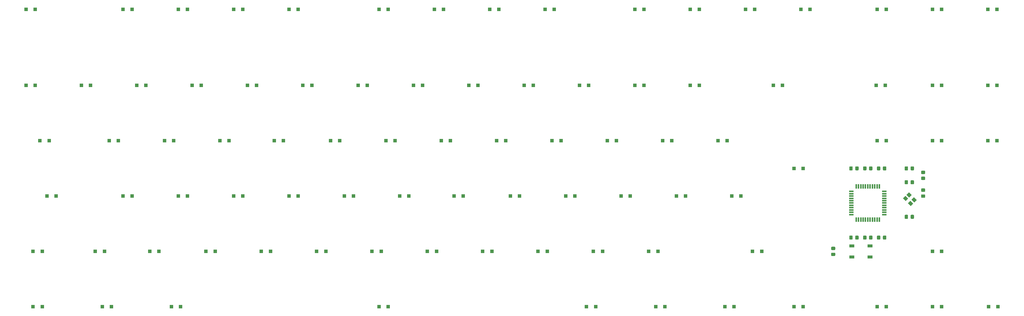
<source format=gbp>
%TF.GenerationSoftware,KiCad,Pcbnew,(5.1.6)-1*%
%TF.CreationDate,2020-08-11T21:43:52+02:00*%
%TF.ProjectId,qosmosKbBIS,716f736d-6f73-44b6-9242-49532e6b6963,rev?*%
%TF.SameCoordinates,Original*%
%TF.FileFunction,Paste,Bot*%
%TF.FilePolarity,Positive*%
%FSLAX46Y46*%
G04 Gerber Fmt 4.6, Leading zero omitted, Abs format (unit mm)*
G04 Created by KiCad (PCBNEW (5.1.6)-1) date 2020-08-11 21:43:52*
%MOMM*%
%LPD*%
G01*
G04 APERTURE LIST*
%ADD10R,1.200000X1.200000*%
%ADD11R,0.550000X1.500000*%
%ADD12R,1.500000X0.550000*%
%ADD13C,0.100000*%
%ADD14R,1.700000X1.000000*%
G04 APERTURE END LIST*
D10*
%TO.C,D12*%
X200831250Y-47625000D03*
X203981250Y-47625000D03*
%TD*%
%TO.C,D2*%
X-5568750Y-73818750D03*
X-8718750Y-73818750D03*
%TD*%
%TO.C,D13*%
X219881250Y-47625000D03*
X223031250Y-47625000D03*
%TD*%
%TO.C,D14*%
X242081250Y-47625000D03*
X238931250Y-47625000D03*
%TD*%
%TO.C,D5*%
X65868750Y-47625000D03*
X62718750Y-47625000D03*
%TD*%
%TO.C,D15*%
X257981250Y-47625000D03*
X261131250Y-47625000D03*
%TD*%
%TO.C,D1*%
X-8718750Y-47625000D03*
X-5568750Y-47625000D03*
%TD*%
%TO.C,C7*%
G36*
G01*
X276675000Y-102843751D02*
X276675000Y-101943749D01*
G75*
G02*
X276924999Y-101693750I249999J0D01*
G01*
X277575001Y-101693750D01*
G75*
G02*
X277825000Y-101943749I0J-249999D01*
G01*
X277825000Y-102843751D01*
G75*
G02*
X277575001Y-103093750I-249999J0D01*
G01*
X276924999Y-103093750D01*
G75*
G02*
X276675000Y-102843751I0J249999D01*
G01*
G37*
G36*
G01*
X274625000Y-102843751D02*
X274625000Y-101943749D01*
G75*
G02*
X274874999Y-101693750I249999J0D01*
G01*
X275525001Y-101693750D01*
G75*
G02*
X275775000Y-101943749I0J-249999D01*
G01*
X275775000Y-102843751D01*
G75*
G02*
X275525001Y-103093750I-249999J0D01*
G01*
X274874999Y-103093750D01*
G75*
G02*
X274625000Y-102843751I0J249999D01*
G01*
G37*
%TD*%
%TO.C,D4*%
X46818750Y-47625000D03*
X43668750Y-47625000D03*
%TD*%
%TO.C,D6*%
X81768750Y-47625000D03*
X84918750Y-47625000D03*
%TD*%
%TO.C,D8*%
X115875000Y-47625000D03*
X112725000Y-47625000D03*
%TD*%
%TO.C,D9*%
X131775000Y-47625000D03*
X134925000Y-47625000D03*
%TD*%
%TO.C,D7*%
X13481250Y-73818750D03*
X10331250Y-73818750D03*
%TD*%
%TO.C,D10*%
X153975000Y-47625000D03*
X150825000Y-47625000D03*
%TD*%
%TO.C,C6*%
G36*
G01*
X293675000Y-102843751D02*
X293675000Y-101943749D01*
G75*
G02*
X293924999Y-101693750I249999J0D01*
G01*
X294575001Y-101693750D01*
G75*
G02*
X294825000Y-101943749I0J-249999D01*
G01*
X294825000Y-102843751D01*
G75*
G02*
X294575001Y-103093750I-249999J0D01*
G01*
X293924999Y-103093750D01*
G75*
G02*
X293675000Y-102843751I0J249999D01*
G01*
G37*
G36*
G01*
X295725000Y-102843751D02*
X295725000Y-101943749D01*
G75*
G02*
X295974999Y-101693750I249999J0D01*
G01*
X296625001Y-101693750D01*
G75*
G02*
X296875000Y-101943749I0J-249999D01*
G01*
X296875000Y-102843751D01*
G75*
G02*
X296625001Y-103093750I-249999J0D01*
G01*
X295974999Y-103093750D01*
G75*
G02*
X295725000Y-102843751I0J249999D01*
G01*
G37*
%TD*%
%TO.C,D3*%
X27768750Y-47625000D03*
X24618750Y-47625000D03*
%TD*%
%TO.C,C8*%
G36*
G01*
X279387500Y-102843751D02*
X279387500Y-101943749D01*
G75*
G02*
X279637499Y-101693750I249999J0D01*
G01*
X280287501Y-101693750D01*
G75*
G02*
X280537500Y-101943749I0J-249999D01*
G01*
X280537500Y-102843751D01*
G75*
G02*
X280287501Y-103093750I-249999J0D01*
G01*
X279637499Y-103093750D01*
G75*
G02*
X279387500Y-102843751I0J249999D01*
G01*
G37*
G36*
G01*
X281437500Y-102843751D02*
X281437500Y-101943749D01*
G75*
G02*
X281687499Y-101693750I249999J0D01*
G01*
X282337501Y-101693750D01*
G75*
G02*
X282587500Y-101943749I0J-249999D01*
G01*
X282587500Y-102843751D01*
G75*
G02*
X282337501Y-103093750I-249999J0D01*
G01*
X281687499Y-103093750D01*
G75*
G02*
X281437500Y-102843751I0J249999D01*
G01*
G37*
%TD*%
%TO.C,D11*%
X173025000Y-47625000D03*
X169875000Y-47625000D03*
%TD*%
%TO.C,R2*%
G36*
G01*
X279387500Y-126656251D02*
X279387500Y-125756249D01*
G75*
G02*
X279637499Y-125506250I249999J0D01*
G01*
X280287501Y-125506250D01*
G75*
G02*
X280537500Y-125756249I0J-249999D01*
G01*
X280537500Y-126656251D01*
G75*
G02*
X280287501Y-126906250I-249999J0D01*
G01*
X279637499Y-126906250D01*
G75*
G02*
X279387500Y-126656251I0J249999D01*
G01*
G37*
G36*
G01*
X281437500Y-126656251D02*
X281437500Y-125756249D01*
G75*
G02*
X281687499Y-125506250I249999J0D01*
G01*
X282337501Y-125506250D01*
G75*
G02*
X282587500Y-125756249I0J-249999D01*
G01*
X282587500Y-126656251D01*
G75*
G02*
X282337501Y-126906250I-249999J0D01*
G01*
X281687499Y-126906250D01*
G75*
G02*
X281437500Y-126656251I0J249999D01*
G01*
G37*
%TD*%
%TO.C,R1*%
G36*
G01*
X269531251Y-130518750D02*
X268631249Y-130518750D01*
G75*
G02*
X268381250Y-130268751I0J249999D01*
G01*
X268381250Y-129618749D01*
G75*
G02*
X268631249Y-129368750I249999J0D01*
G01*
X269531251Y-129368750D01*
G75*
G02*
X269781250Y-129618749I0J-249999D01*
G01*
X269781250Y-130268751D01*
G75*
G02*
X269531251Y-130518750I-249999J0D01*
G01*
G37*
G36*
G01*
X269531251Y-132568750D02*
X268631249Y-132568750D01*
G75*
G02*
X268381250Y-132318751I0J249999D01*
G01*
X268381250Y-131668749D01*
G75*
G02*
X268631249Y-131418750I249999J0D01*
G01*
X269531251Y-131418750D01*
G75*
G02*
X269781250Y-131668749I0J-249999D01*
G01*
X269781250Y-132318751D01*
G75*
G02*
X269531251Y-132568750I-249999J0D01*
G01*
G37*
%TD*%
D11*
%TO.C,U1*%
X276987500Y-108600000D03*
X277787500Y-108600000D03*
X278587500Y-108600000D03*
X279387500Y-108600000D03*
X280187500Y-108600000D03*
X280987500Y-108600000D03*
X281787500Y-108600000D03*
X282587500Y-108600000D03*
X283387500Y-108600000D03*
X284187500Y-108600000D03*
X284987500Y-108600000D03*
D12*
X286687500Y-110300000D03*
X286687500Y-111100000D03*
X286687500Y-111900000D03*
X286687500Y-112700000D03*
X286687500Y-113500000D03*
X286687500Y-114300000D03*
X286687500Y-115100000D03*
X286687500Y-115900000D03*
X286687500Y-116700000D03*
X286687500Y-117500000D03*
X286687500Y-118300000D03*
D11*
X284987500Y-120000000D03*
X284187500Y-120000000D03*
X283387500Y-120000000D03*
X282587500Y-120000000D03*
X281787500Y-120000000D03*
X280987500Y-120000000D03*
X280187500Y-120000000D03*
X279387500Y-120000000D03*
X278587500Y-120000000D03*
X277787500Y-120000000D03*
X276987500Y-120000000D03*
D12*
X275287500Y-118300000D03*
X275287500Y-117500000D03*
X275287500Y-116700000D03*
X275287500Y-115900000D03*
X275287500Y-115100000D03*
X275287500Y-114300000D03*
X275287500Y-113500000D03*
X275287500Y-112700000D03*
X275287500Y-111900000D03*
X275287500Y-111100000D03*
X275287500Y-110300000D03*
%TD*%
D13*
%TO.C,X1*%
G36*
X293066191Y-112638299D02*
G01*
X293914719Y-111789771D01*
X294904669Y-112779721D01*
X294056141Y-113628249D01*
X293066191Y-112638299D01*
G37*
G36*
X294763247Y-114335355D02*
G01*
X295611775Y-113486827D01*
X296601725Y-114476777D01*
X295753197Y-115325305D01*
X294763247Y-114335355D01*
G37*
G36*
X294268273Y-111436217D02*
G01*
X295116801Y-110587689D01*
X296106751Y-111577639D01*
X295258223Y-112426167D01*
X294268273Y-111436217D01*
G37*
G36*
X295965329Y-113133273D02*
G01*
X296813857Y-112284745D01*
X297803807Y-113274695D01*
X296955279Y-114123223D01*
X295965329Y-113133273D01*
G37*
%TD*%
%TO.C,R4*%
G36*
G01*
X299587499Y-111343750D02*
X300487501Y-111343750D01*
G75*
G02*
X300737500Y-111593749I0J-249999D01*
G01*
X300737500Y-112243751D01*
G75*
G02*
X300487501Y-112493750I-249999J0D01*
G01*
X299587499Y-112493750D01*
G75*
G02*
X299337500Y-112243751I0J249999D01*
G01*
X299337500Y-111593749D01*
G75*
G02*
X299587499Y-111343750I249999J0D01*
G01*
G37*
G36*
G01*
X299587499Y-109293750D02*
X300487501Y-109293750D01*
G75*
G02*
X300737500Y-109543749I0J-249999D01*
G01*
X300737500Y-110193751D01*
G75*
G02*
X300487501Y-110443750I-249999J0D01*
G01*
X299587499Y-110443750D01*
G75*
G02*
X299337500Y-110193751I0J249999D01*
G01*
X299337500Y-109543749D01*
G75*
G02*
X299587499Y-109293750I249999J0D01*
G01*
G37*
%TD*%
%TO.C,R3*%
G36*
G01*
X299587499Y-103175000D02*
X300487501Y-103175000D01*
G75*
G02*
X300737500Y-103424999I0J-249999D01*
G01*
X300737500Y-104075001D01*
G75*
G02*
X300487501Y-104325000I-249999J0D01*
G01*
X299587499Y-104325000D01*
G75*
G02*
X299337500Y-104075001I0J249999D01*
G01*
X299337500Y-103424999D01*
G75*
G02*
X299587499Y-103175000I249999J0D01*
G01*
G37*
G36*
G01*
X299587499Y-105225000D02*
X300487501Y-105225000D01*
G75*
G02*
X300737500Y-105474999I0J-249999D01*
G01*
X300737500Y-106125001D01*
G75*
G02*
X300487501Y-106375000I-249999J0D01*
G01*
X299587499Y-106375000D01*
G75*
G02*
X299337500Y-106125001I0J249999D01*
G01*
X299337500Y-105474999D01*
G75*
G02*
X299587499Y-105225000I249999J0D01*
G01*
G37*
%TD*%
D14*
%TO.C,SW1*%
X275456250Y-132868750D03*
X281756250Y-132868750D03*
X275456250Y-129068750D03*
X281756250Y-129068750D03*
%TD*%
D10*
%TO.C,D30*%
X248456250Y-73818750D03*
X251606250Y-73818750D03*
%TD*%
%TO.C,D31*%
X283856250Y-73818750D03*
X287006250Y-73818750D03*
%TD*%
%TO.C,D32*%
X306375000Y-73818750D03*
X303225000Y-73818750D03*
%TD*%
%TO.C,D33*%
X322275000Y-73818750D03*
X325425000Y-73818750D03*
%TD*%
%TO.C,D18*%
X325425000Y-47625000D03*
X322275000Y-47625000D03*
%TD*%
%TO.C,D20*%
X51581250Y-73818750D03*
X48431250Y-73818750D03*
%TD*%
%TO.C,D16*%
X287325000Y-47625000D03*
X284175000Y-47625000D03*
%TD*%
%TO.C,D22*%
X89681250Y-73818750D03*
X86531250Y-73818750D03*
%TD*%
%TO.C,D25*%
X146831250Y-73818750D03*
X143681250Y-73818750D03*
%TD*%
%TO.C,D26*%
X162731250Y-73818750D03*
X165881250Y-73818750D03*
%TD*%
%TO.C,D23*%
X105581250Y-73818750D03*
X108731250Y-73818750D03*
%TD*%
%TO.C,D27*%
X181781250Y-73818750D03*
X184931250Y-73818750D03*
%TD*%
%TO.C,D19*%
X32531250Y-73818750D03*
X29381250Y-73818750D03*
%TD*%
%TO.C,D21*%
X70631250Y-73818750D03*
X67481250Y-73818750D03*
%TD*%
%TO.C,D29*%
X223031250Y-73818750D03*
X219881250Y-73818750D03*
%TD*%
%TO.C,D24*%
X124631250Y-73818750D03*
X127781250Y-73818750D03*
%TD*%
%TO.C,D28*%
X203981250Y-73818750D03*
X200831250Y-73818750D03*
%TD*%
%TO.C,D17*%
X306375000Y-47625000D03*
X303225000Y-47625000D03*
%TD*%
%TO.C,D48*%
X303225000Y-92868750D03*
X306375000Y-92868750D03*
%TD*%
%TO.C,D42*%
X156356250Y-92868750D03*
X153206250Y-92868750D03*
%TD*%
%TO.C,D43*%
X175406250Y-92868750D03*
X172256250Y-92868750D03*
%TD*%
%TO.C,D45*%
X210356250Y-92868750D03*
X213506250Y-92868750D03*
%TD*%
%TO.C,D49*%
X322275000Y-92868750D03*
X325425000Y-92868750D03*
%TD*%
%TO.C,D41*%
X134156250Y-92868750D03*
X137306250Y-92868750D03*
%TD*%
%TO.C,D50*%
X255600000Y-102393750D03*
X258750000Y-102393750D03*
%TD*%
%TO.C,D51*%
X1575000Y-111918750D03*
X-1575000Y-111918750D03*
%TD*%
%TO.C,D40*%
X115106250Y-92868750D03*
X118256250Y-92868750D03*
%TD*%
%TO.C,D44*%
X191306250Y-92868750D03*
X194456250Y-92868750D03*
%TD*%
%TO.C,D37*%
X61106250Y-92868750D03*
X57956250Y-92868750D03*
%TD*%
%TO.C,D39*%
X99206250Y-92868750D03*
X96056250Y-92868750D03*
%TD*%
%TO.C,D46*%
X229406250Y-92868750D03*
X232556250Y-92868750D03*
%TD*%
%TO.C,D34*%
X-806250Y-92868750D03*
X-3956250Y-92868750D03*
%TD*%
%TO.C,D35*%
X23006250Y-92868750D03*
X19856250Y-92868750D03*
%TD*%
%TO.C,D36*%
X42056250Y-92868750D03*
X38906250Y-92868750D03*
%TD*%
%TO.C,D38*%
X79837500Y-92868750D03*
X76687500Y-92868750D03*
%TD*%
%TO.C,D47*%
X284175000Y-92868750D03*
X287325000Y-92868750D03*
%TD*%
%TO.C,D58*%
X138600000Y-111918750D03*
X141750000Y-111918750D03*
%TD*%
%TO.C,D57*%
X119868750Y-111918750D03*
X123018750Y-111918750D03*
%TD*%
%TO.C,D59*%
X161118750Y-111918750D03*
X157968750Y-111918750D03*
%TD*%
%TO.C,D62*%
X215118750Y-111918750D03*
X218268750Y-111918750D03*
%TD*%
%TO.C,D65*%
X18243750Y-130968750D03*
X15093750Y-130968750D03*
%TD*%
%TO.C,D63*%
X234168750Y-111918750D03*
X237318750Y-111918750D03*
%TD*%
%TO.C,D53*%
X46818750Y-111918750D03*
X43668750Y-111918750D03*
%TD*%
%TO.C,D60*%
X180168750Y-111918750D03*
X177018750Y-111918750D03*
%TD*%
%TO.C,D66*%
X33825000Y-130968750D03*
X36975000Y-130968750D03*
%TD*%
%TO.C,D52*%
X24618750Y-111918750D03*
X27768750Y-111918750D03*
%TD*%
%TO.C,D67*%
X53193750Y-130968750D03*
X56343750Y-130968750D03*
%TD*%
%TO.C,D68*%
X72243750Y-130968750D03*
X75393750Y-130968750D03*
%TD*%
%TO.C,D56*%
X100818750Y-111918750D03*
X103968750Y-111918750D03*
%TD*%
%TO.C,D61*%
X196068750Y-111918750D03*
X199218750Y-111918750D03*
%TD*%
%TO.C,D64*%
X-6337500Y-130968750D03*
X-3187500Y-130968750D03*
%TD*%
%TO.C,D54*%
X62718750Y-111918750D03*
X65868750Y-111918750D03*
%TD*%
%TO.C,D55*%
X84918750Y-111918750D03*
X81768750Y-111918750D03*
%TD*%
%TO.C,D69*%
X91293750Y-130968750D03*
X94443750Y-130968750D03*
%TD*%
%TO.C,D82*%
X184162500Y-150018750D03*
X187312500Y-150018750D03*
%TD*%
%TO.C,D77*%
X303225000Y-130968750D03*
X306375000Y-130968750D03*
%TD*%
%TO.C,D70*%
X113493750Y-130968750D03*
X110343750Y-130968750D03*
%TD*%
%TO.C,D83*%
X211125000Y-150018750D03*
X207975000Y-150018750D03*
%TD*%
%TO.C,D84*%
X231787500Y-150018750D03*
X234937500Y-150018750D03*
%TD*%
%TO.C,D76*%
X241312500Y-130968750D03*
X244462500Y-130968750D03*
%TD*%
%TO.C,D79*%
X20625000Y-150018750D03*
X17475000Y-150018750D03*
%TD*%
%TO.C,D81*%
X115875000Y-150018750D03*
X112725000Y-150018750D03*
%TD*%
%TO.C,D72*%
X151593750Y-130968750D03*
X148443750Y-130968750D03*
%TD*%
%TO.C,D80*%
X44437500Y-150018750D03*
X41287500Y-150018750D03*
%TD*%
%TO.C,D85*%
X255600000Y-150018750D03*
X258750000Y-150018750D03*
%TD*%
%TO.C,D86*%
X284175000Y-150018750D03*
X287325000Y-150018750D03*
%TD*%
%TO.C,D87*%
X306375000Y-150018750D03*
X303225000Y-150018750D03*
%TD*%
%TO.C,D71*%
X129393750Y-130968750D03*
X132543750Y-130968750D03*
%TD*%
%TO.C,D73*%
X170643750Y-130968750D03*
X167493750Y-130968750D03*
%TD*%
%TO.C,D75*%
X205593750Y-130968750D03*
X208743750Y-130968750D03*
%TD*%
%TO.C,D78*%
X-6337500Y-150018750D03*
X-3187500Y-150018750D03*
%TD*%
%TO.C,D74*%
X189693750Y-130968750D03*
X186543750Y-130968750D03*
%TD*%
%TO.C,D88*%
X325743750Y-150018750D03*
X322593750Y-150018750D03*
%TD*%
%TO.C,C3*%
G36*
G01*
X274625000Y-126656251D02*
X274625000Y-125756249D01*
G75*
G02*
X274874999Y-125506250I249999J0D01*
G01*
X275525001Y-125506250D01*
G75*
G02*
X275775000Y-125756249I0J-249999D01*
G01*
X275775000Y-126656251D01*
G75*
G02*
X275525001Y-126906250I-249999J0D01*
G01*
X274874999Y-126906250D01*
G75*
G02*
X274625000Y-126656251I0J249999D01*
G01*
G37*
G36*
G01*
X276675000Y-126656251D02*
X276675000Y-125756249D01*
G75*
G02*
X276924999Y-125506250I249999J0D01*
G01*
X277575001Y-125506250D01*
G75*
G02*
X277825000Y-125756249I0J-249999D01*
G01*
X277825000Y-126656251D01*
G75*
G02*
X277575001Y-126906250I-249999J0D01*
G01*
X276924999Y-126906250D01*
G75*
G02*
X276675000Y-126656251I0J249999D01*
G01*
G37*
%TD*%
%TO.C,C4*%
G36*
G01*
X286200000Y-126656251D02*
X286200000Y-125756249D01*
G75*
G02*
X286449999Y-125506250I249999J0D01*
G01*
X287100001Y-125506250D01*
G75*
G02*
X287350000Y-125756249I0J-249999D01*
G01*
X287350000Y-126656251D01*
G75*
G02*
X287100001Y-126906250I-249999J0D01*
G01*
X286449999Y-126906250D01*
G75*
G02*
X286200000Y-126656251I0J249999D01*
G01*
G37*
G36*
G01*
X284150000Y-126656251D02*
X284150000Y-125756249D01*
G75*
G02*
X284399999Y-125506250I249999J0D01*
G01*
X285050001Y-125506250D01*
G75*
G02*
X285300000Y-125756249I0J-249999D01*
G01*
X285300000Y-126656251D01*
G75*
G02*
X285050001Y-126906250I-249999J0D01*
G01*
X284399999Y-126906250D01*
G75*
G02*
X284150000Y-126656251I0J249999D01*
G01*
G37*
%TD*%
%TO.C,C2*%
G36*
G01*
X296875000Y-118612499D02*
X296875000Y-119512501D01*
G75*
G02*
X296625001Y-119762500I-249999J0D01*
G01*
X295974999Y-119762500D01*
G75*
G02*
X295725000Y-119512501I0J249999D01*
G01*
X295725000Y-118612499D01*
G75*
G02*
X295974999Y-118362500I249999J0D01*
G01*
X296625001Y-118362500D01*
G75*
G02*
X296875000Y-118612499I0J-249999D01*
G01*
G37*
G36*
G01*
X294825000Y-118612499D02*
X294825000Y-119512501D01*
G75*
G02*
X294575001Y-119762500I-249999J0D01*
G01*
X293924999Y-119762500D01*
G75*
G02*
X293675000Y-119512501I0J249999D01*
G01*
X293675000Y-118612499D01*
G75*
G02*
X293924999Y-118362500I249999J0D01*
G01*
X294575001Y-118362500D01*
G75*
G02*
X294825000Y-118612499I0J-249999D01*
G01*
G37*
%TD*%
%TO.C,C5*%
G36*
G01*
X286200000Y-102843751D02*
X286200000Y-101943749D01*
G75*
G02*
X286449999Y-101693750I249999J0D01*
G01*
X287100001Y-101693750D01*
G75*
G02*
X287350000Y-101943749I0J-249999D01*
G01*
X287350000Y-102843751D01*
G75*
G02*
X287100001Y-103093750I-249999J0D01*
G01*
X286449999Y-103093750D01*
G75*
G02*
X286200000Y-102843751I0J249999D01*
G01*
G37*
G36*
G01*
X284150000Y-102843751D02*
X284150000Y-101943749D01*
G75*
G02*
X284399999Y-101693750I249999J0D01*
G01*
X285050001Y-101693750D01*
G75*
G02*
X285300000Y-101943749I0J-249999D01*
G01*
X285300000Y-102843751D01*
G75*
G02*
X285050001Y-103093750I-249999J0D01*
G01*
X284399999Y-103093750D01*
G75*
G02*
X284150000Y-102843751I0J249999D01*
G01*
G37*
%TD*%
%TO.C,C1*%
G36*
G01*
X294825000Y-106706249D02*
X294825000Y-107606251D01*
G75*
G02*
X294575001Y-107856250I-249999J0D01*
G01*
X293924999Y-107856250D01*
G75*
G02*
X293675000Y-107606251I0J249999D01*
G01*
X293675000Y-106706249D01*
G75*
G02*
X293924999Y-106456250I249999J0D01*
G01*
X294575001Y-106456250D01*
G75*
G02*
X294825000Y-106706249I0J-249999D01*
G01*
G37*
G36*
G01*
X296875000Y-106706249D02*
X296875000Y-107606251D01*
G75*
G02*
X296625001Y-107856250I-249999J0D01*
G01*
X295974999Y-107856250D01*
G75*
G02*
X295725000Y-107606251I0J249999D01*
G01*
X295725000Y-106706249D01*
G75*
G02*
X295974999Y-106456250I249999J0D01*
G01*
X296625001Y-106456250D01*
G75*
G02*
X296875000Y-106706249I0J-249999D01*
G01*
G37*
%TD*%
M02*

</source>
